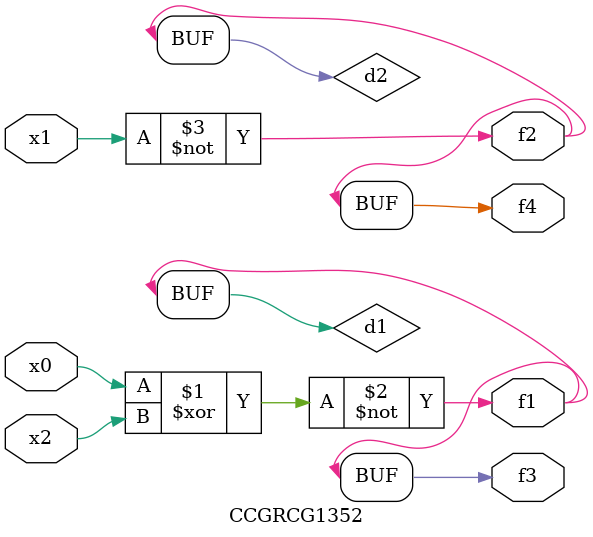
<source format=v>
module CCGRCG1352(
	input x0, x1, x2,
	output f1, f2, f3, f4
);

	wire d1, d2, d3;

	xnor (d1, x0, x2);
	nand (d2, x1);
	nor (d3, x1, x2);
	assign f1 = d1;
	assign f2 = d2;
	assign f3 = d1;
	assign f4 = d2;
endmodule

</source>
